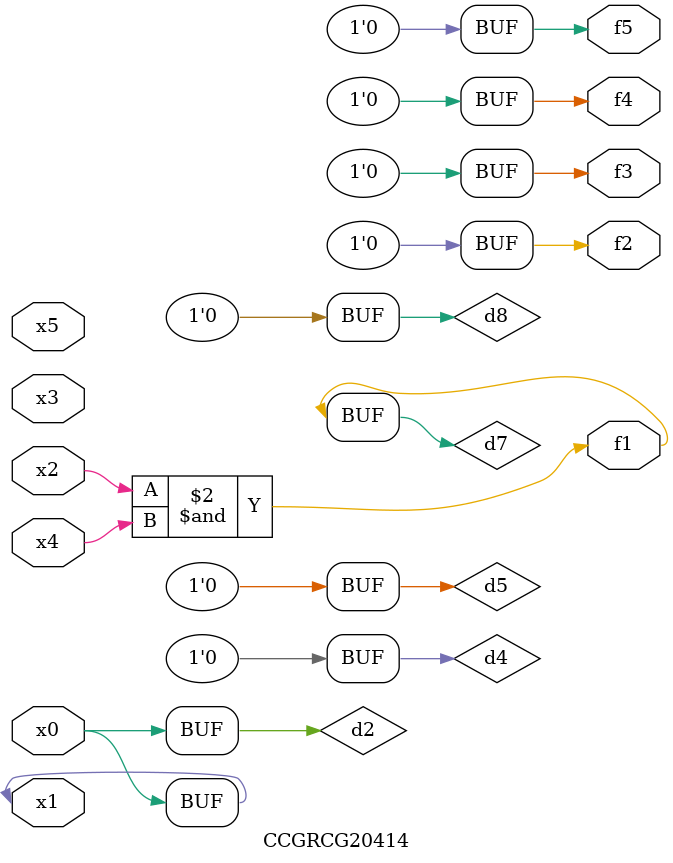
<source format=v>
module CCGRCG20414(
	input x0, x1, x2, x3, x4, x5,
	output f1, f2, f3, f4, f5
);

	wire d1, d2, d3, d4, d5, d6, d7, d8, d9;

	nand (d1, x1);
	buf (d2, x0, x1);
	nand (d3, x2, x4);
	and (d4, d1, d2);
	and (d5, d1, d2);
	nand (d6, d1, d3);
	not (d7, d3);
	xor (d8, d5);
	nor (d9, d5, d6);
	assign f1 = d7;
	assign f2 = d8;
	assign f3 = d8;
	assign f4 = d8;
	assign f5 = d8;
endmodule

</source>
